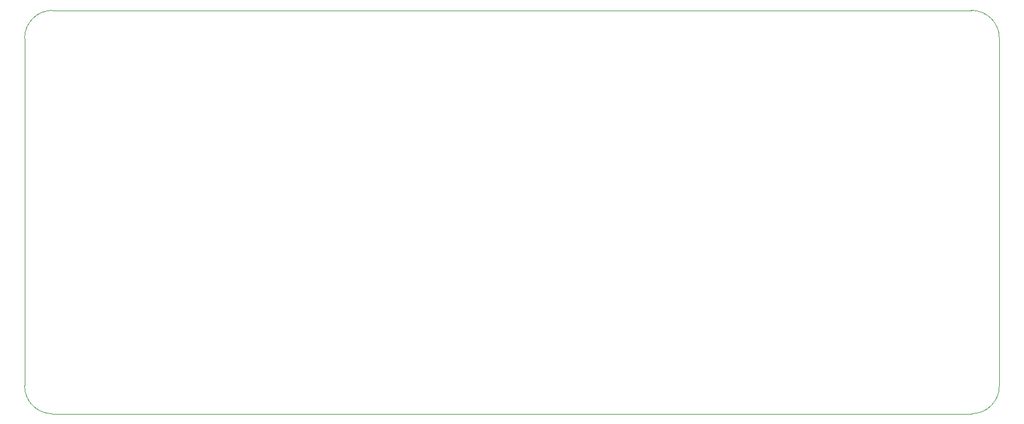
<source format=gm1>
G04 #@! TF.GenerationSoftware,KiCad,Pcbnew,(5.1.9)-1*
G04 #@! TF.CreationDate,2021-06-07T22:02:01-04:00*
G04 #@! TF.ProjectId,icepool-board,69636570-6f6f-46c2-9d62-6f6172642e6b,2020-04*
G04 #@! TF.SameCoordinates,Original*
G04 #@! TF.FileFunction,Profile,NP*
%FSLAX46Y46*%
G04 Gerber Fmt 4.6, Leading zero omitted, Abs format (unit mm)*
G04 Created by KiCad (PCBNEW (5.1.9)-1) date 2021-06-07 22:02:01*
%MOMM*%
%LPD*%
G01*
G04 APERTURE LIST*
G04 #@! TA.AperFunction,Profile*
%ADD10C,0.050000*%
G04 #@! TD*
G04 APERTURE END LIST*
D10*
X167000000Y-22000000D02*
X35000000Y-22000000D01*
X31000000Y-26000000D02*
X31000000Y-76000000D01*
X171000000Y-76000000D02*
X171000000Y-26000000D01*
X35000000Y-80000000D02*
G75*
G02*
X31000000Y-76000000I0J4000000D01*
G01*
X171000000Y-76000000D02*
G75*
G02*
X167000000Y-80000000I-4000000J0D01*
G01*
X35000000Y-80000000D02*
X167000000Y-80000000D01*
X167000000Y-22000000D02*
G75*
G02*
X171000000Y-26000000I0J-4000000D01*
G01*
X31000000Y-26000000D02*
G75*
G02*
X35000000Y-22000000I4000000J0D01*
G01*
M02*

</source>
